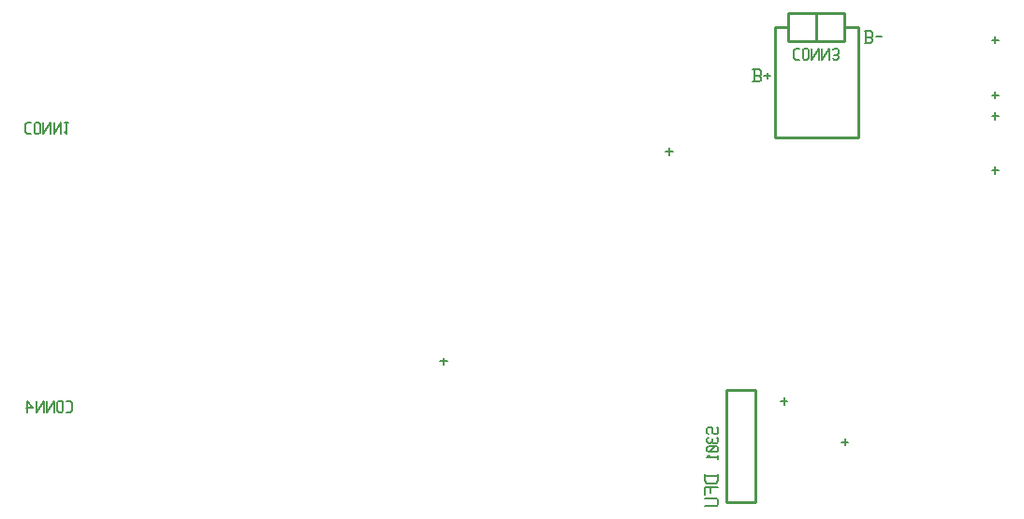
<source format=gbo>
G04 start of page 11 for group -4078 idx -4078 *
G04 Title: v2_0, bottomsilk *
G04 Creator: pcb 4.2.0 *
G04 CreationDate: Sun Sep 29 12:02:10 2019 UTC *
G04 For: user *
G04 Format: Gerber/RS-274X *
G04 PCB-Dimensions (mm): 140.00 90.00 *
G04 PCB-Coordinate-Origin: lower left *
%MOMM*%
%FSLAX43Y43*%
%LNGBO*%
%ADD146C,0.254*%
%ADD145C,0.200*%
%ADD144C,0.280*%
G54D144*X89500Y69200D02*X88300D01*
X94600D02*X95800D01*
X88300D02*Y59200D01*
X95800Y69200D02*Y59200D01*
X88300D01*
G54D145*X81915Y28543D02*X83175D01*
X81915Y28133D02*X82135Y27913D01*
X82954D01*
X83175Y28133D02*X82954Y27913D01*
X83175Y28133D02*Y28700D01*
X81915Y28133D02*Y28700D01*
Y27535D02*X83175D01*
X81915Y26905D02*Y27535D01*
X82482Y27062D02*Y27535D01*
X81915Y26527D02*X83017D01*
X83175Y26369D01*
Y26054D02*Y26369D01*
Y26054D02*X83017Y25897D01*
X81915D02*X83017D01*
X88800Y35360D02*X89440D01*
X89120Y35040D02*Y35680D01*
X94300Y31660D02*X94940D01*
X94620Y31340D02*Y31980D01*
X58000Y38960D02*X58640D01*
X58320Y38640D02*Y39280D01*
X86300Y65372D02*X86849D01*
X86986Y65234D01*
Y64905D02*Y65234D01*
X86849Y64768D02*X86986Y64905D01*
X86437Y64768D02*X86849D01*
X86437Y64274D02*Y65372D01*
X86300Y64274D02*X86849D01*
X86986Y64411D01*
Y64631D01*
X86849Y64768D02*X86986Y64631D01*
X87315Y64823D02*X87864D01*
X87589Y64549D02*Y65097D01*
X96400Y68872D02*X96949D01*
X97086Y68734D01*
Y68405D02*Y68734D01*
X96949Y68268D02*X97086Y68405D01*
X96537Y68268D02*X96949D01*
X96537Y67774D02*Y68872D01*
X96400Y67774D02*X96949D01*
X97086Y67911D01*
Y68131D01*
X96949Y68268D02*X97086Y68131D01*
X97415Y68323D02*X97964D01*
X78400Y57960D02*X79040D01*
X78720Y57640D02*Y58280D01*
X107900Y56260D02*X108540D01*
X108220Y55940D02*Y56580D01*
X107900Y61160D02*X108540D01*
X108220Y60840D02*Y61480D01*
X107900Y63060D02*X108540D01*
X108220Y62740D02*Y63380D01*
X107900Y68060D02*X108540D01*
X108220Y67740D02*Y68380D01*
G54D146*X94570Y70470D02*Y67930D01*
X89490D02*X94570D01*
X89490Y70470D02*Y67930D01*
Y70470D02*X94570D01*
X92030Y67930D02*X94570D01*
X92030Y70470D02*Y67930D01*
X83900Y36400D02*X86500D01*
Y26240D01*
X83920Y26200D02*X86500D01*
X83900Y36400D02*Y26200D01*
G54D145*X20678Y60570D02*X21008D01*
X20500Y60392D02*X20678Y60570D01*
X20500Y59732D02*Y60392D01*
Y59732D02*X20678Y59554D01*
X21008D01*
X21313Y59681D02*Y60443D01*
Y59681D02*X21440Y59554D01*
X21694D01*
X21821Y59681D01*
Y60443D01*
X21694Y60570D02*X21821Y60443D01*
X21440Y60570D02*X21694D01*
X21313Y60443D02*X21440Y60570D01*
X22126Y59554D02*Y60570D01*
Y59554D02*X22761Y60570D01*
Y59554D02*Y60570D01*
X23065Y59554D02*Y60570D01*
Y59554D02*X23700Y60570D01*
Y59554D02*Y60570D01*
X24005Y59757D02*X24208Y59554D01*
Y60570D01*
X24005D02*X24386D01*
X24192Y34330D02*X24522D01*
X24700Y34508D02*X24522Y34330D01*
X24700Y34508D02*Y35168D01*
X24522Y35346D01*
X24192D02*X24522D01*
X23887Y34457D02*Y35219D01*
X23760Y35346D01*
X23506D02*X23760D01*
X23506D02*X23379Y35219D01*
Y34457D02*Y35219D01*
X23506Y34330D02*X23379Y34457D01*
X23506Y34330D02*X23760D01*
X23887Y34457D02*X23760Y34330D01*
X23074D02*Y35346D01*
X22439Y34330D01*
Y35346D01*
X22135Y34330D02*Y35346D01*
X21500Y34330D01*
Y35346D01*
X21195Y34711D02*X20687Y35346D01*
X20560Y34711D02*X21195D01*
X20687Y34330D02*Y35346D01*
X90178Y67270D02*X90508D01*
X90000Y67092D02*X90178Y67270D01*
X90000Y66432D02*Y67092D01*
Y66432D02*X90178Y66254D01*
X90508D01*
X90813Y66381D02*Y67143D01*
Y66381D02*X90940Y66254D01*
X91194D01*
X91321Y66381D01*
Y67143D01*
X91194Y67270D02*X91321Y67143D01*
X90940Y67270D02*X91194D01*
X90813Y67143D02*X90940Y67270D01*
X91626Y66254D02*Y67270D01*
Y66254D02*X92261Y67270D01*
Y66254D02*Y67270D01*
X92565Y66254D02*Y67270D01*
Y66254D02*X93200Y67270D01*
Y66254D02*Y67270D01*
X93505Y66381D02*X93632Y66254D01*
X93886D01*
X94013Y66381D01*
X93886Y67270D02*X94013Y67143D01*
X93632Y67270D02*X93886D01*
X93505Y67143D02*X93632Y67270D01*
Y66711D02*X93886D01*
X94013Y66381D02*Y66584D01*
Y66838D02*Y67143D01*
Y66838D02*X93886Y66711D01*
X94013Y66584D02*X93886Y66711D01*
X82154Y32492D02*X82281Y32365D01*
X82154Y32492D02*Y32873D01*
X82281Y33000D02*X82154Y32873D01*
X82281Y33000D02*X82535D01*
X82662Y32873D01*
Y32492D02*Y32873D01*
Y32492D02*X82789Y32365D01*
X83043D01*
X83170Y32492D02*X83043Y32365D01*
X83170Y32492D02*Y32873D01*
X83043Y33000D02*X83170Y32873D01*
X82281Y32060D02*X82154Y31933D01*
Y31679D02*Y31933D01*
Y31679D02*X82281Y31552D01*
X83170Y31679D02*X83043Y31552D01*
X83170Y31679D02*Y31933D01*
X83043Y32060D02*X83170Y31933D01*
X82611Y31679D02*Y31933D01*
X82281Y31552D02*X82484D01*
X82738D02*X83043D01*
X82738D02*X82611Y31679D01*
X82484Y31552D02*X82611Y31679D01*
X83043Y31247D02*X83170Y31120D01*
X82281Y31247D02*X83043D01*
X82281D02*X82154Y31120D01*
Y30866D02*Y31120D01*
Y30866D02*X82281Y30739D01*
X83043D01*
X83170Y30866D02*X83043Y30739D01*
X83170Y30866D02*Y31120D01*
X82916Y31247D02*X82408Y30739D01*
X82357Y30435D02*X82154Y30231D01*
X83170D01*
Y30054D02*Y30435D01*
M02*

</source>
